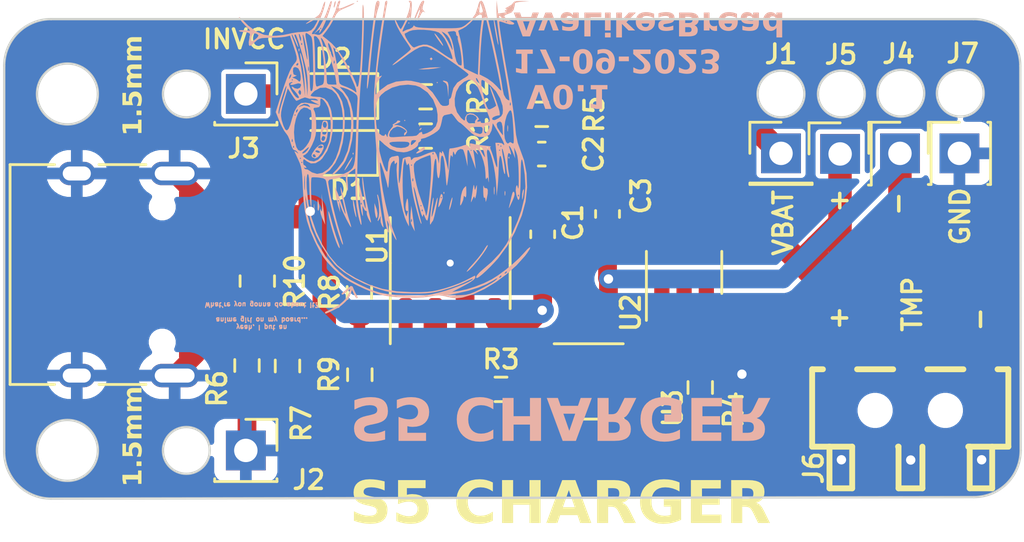
<source format=kicad_pcb>
(kicad_pcb (version 20240108) (generator "pcbnew") (generator_version "8.0")
  (layers (0 "F.Cu" signal) (31 "B.Cu" signal) (34 "B.Paste" user) (35 "F.Paste" user) (36 "B.SilkS" user "B.Silkscreen") (37 "F.SilkS" user "F.Silkscreen") (38 "B.Mask" user) (39 "F.Mask" user) (44 "Edge.Cuts" user))
  (net 0 "")
  (net 1 "BAT+")
  (net 2 "Net-(U2-VCC)")
  (net 3 "Net-(D1-K)")
  (net 4 "GND")
  (net 5 "VIN")
  (net 6 "Net-(D2-K)")
  (net 7 "Net-(U1-~{CHRG})")
  (net 8 "Net-(U1-~{STDBY})")
  (net 9 "Net-(U1-PROG)")
  (net 10 "BAT-")
  (net 11 "Net-(U2-CS)")
  (net 14 "/G2")
  (net 15 "/G1")
  (net 17 "TEMP")
  (net 18 "Net-(J8-CC2)")
  (net 19 "Net-(J8-CC1)")
  (net 22 "Net-(J8-D+-PadA6)")
  (net 23 "Net-(J8-D--PadA7)")
  (footprint "Resistor_SMD:R_0603_1608Metric_Pad0.98x0.95mm_HandSolder" (layer "F.Cu") (at 166.73 88.75 90)
    (property "Reference" "R4" (at -0.95 1.42 -90) (layer "F.SilkS") (effects (font (size 0.8 0.8))))
    (property "Value" "1k" (hide yes))
    (pad "1" smd roundrect (at -0.9125 0 90) (size 0.975 0.95) (layers "F.Cu" "F.Paste" "F.Mask") (net 4 "GND"))
    (pad "2" smd roundrect (at 0.9125 0 90) (size 0.975 0.95) (layers "F.Cu" "F.Paste" "F.Mask") (net 11 "Net-(U2-CS)"))
  )
  (footprint "Connector_PinSocket_2.54mm:PinSocket_1x01_P2.54mm_Vertical" (layer "F.Cu") (at 147.32 76.2)
    (property "Reference" "J3" (at -0.09 2.33 180) (layer "F.SilkS") (effects (font (size 0.8 0.8))))
    (property "Value" "Conn_01x01_Female" (hide yes))
    (pad "1" thru_hole rect (at 0 0) (size 1.7 1.7) (drill 1) (layers "*.Cu" "*.Mask") (net 5 "VIN"))
  )
  (footprint "Resistor_SMD:R_0603_1608Metric_Pad0.98x0.95mm_HandSolder" (layer "F.Cu") (at 159.96 77.07)
    (property "Reference" "R5" (at 2.24 0 90) (layer "F.SilkS") (effects (font (size 0.8 0.8))))
    (property "Value" "100" (hide yes))
    (pad "1" smd roundrect (at -0.9125 0) (size 0.975 0.95) (layers "F.Cu" "F.Paste" "F.Mask") (net 1 "BAT+"))
    (pad "2" smd roundrect (at 0.9125 0) (size 0.975 0.95) (layers "F.Cu" "F.Paste" "F.Mask") (net 2 "Net-(U2-VCC)"))
  )
  (footprint "Package_SO:SOIC-8-1EP_3.9x4.9mm_P1.27mm_EP2.29x3mm" (layer "F.Cu") (at 156.05 83.43 90)
    (property "Reference" "U1" (at 0.74 -3.11 90) (layer "F.SilkS") (effects (font (size 0.8 0.8))))
    (property "Value" "TP4056" (hide yes))
    (pad "1" smd roundrect (at -2.475 -1.905 90) (size 1.95 0.6) (layers "F.Cu" "F.Paste" "F.Mask") (net 17 "TEMP"))
    (pad "2" smd roundrect (at -2.475 -0.635 90) (size 1.95 0.6) (layers "F.Cu" "F.Paste" "F.Mask") (net 9 "Net-(U1-PROG)"))
    (pad "3" smd roundrect (at -2.475 0.635 90) (size 1.95 0.6) (layers "F.Cu" "F.Paste" "F.Mask") (net 4 "GND"))
    (pad "4" smd roundrect (at -2.475 1.905 90) (size 1.95 0.6) (layers "F.Cu" "F.Paste" "F.Mask") (net 5 "VIN"))
    (pad "5" smd roundrect (at 2.475 1.905 90) (size 1.95 0.6) (layers "F.Cu" "F.Paste" "F.Mask") (net 1 "BAT+"))
    (pad "6" smd roundrect (at 2.475 0.635 90) (size 1.95 0.6) (layers "F.Cu" "F.Paste" "F.Mask") (net 8 "Net-(U1-~{STDBY})"))
    (pad "7" smd roundrect (at 2.475 -0.635 90) (size 1.95 0.6) (layers "F.Cu" "F.Paste" "F.Mask") (net 7 "Net-(U1-~{CHRG})"))
    (pad "8" smd roundrect (at 2.475 -1.905 90) (size 1.95 0.6) (layers "F.Cu" "F.Paste" "F.Mask") (net 5 "VIN"))
    (pad "9" smd rect (at 0 0 90) (size 2.29 3) (layers "F.Cu" "F.Mask") (net 4 "GND"))
  )
  (footprint "Resistor_SMD:R_0603_1608Metric_Pad0.98x0.95mm_HandSolder" (layer "F.Cu") (at 155 76.32)
    (property "Reference" "R2" (at 2.24 -0.01 90) (layer "F.SilkS") (effects (font (size 0.8 0.8))))
    (property "Value" "1k" (hide yes))
    (pad "1" smd roundrect (at -0.9125 0) (size 0.975 0.95) (layers "F.Cu" "F.Paste" "F.Mask") (net 6 "Net-(D2-K)"))
    (pad "2" smd roundrect (at 0.9125 0) (size 0.975 0.95) (layers "F.Cu" "F.Paste" "F.Mask") (net 8 "Net-(U1-~{STDBY})"))
  )
  (footprint "Connector_PinSocket_2.54mm:PinSocket_1x01_P2.54mm_Vertical" (layer "F.Cu") (at 177.8 78.74 90)
    (property "Reference" "J7" (at 4.27 0.14 180) (layer "F.SilkS") (effects (font (size 0.8 0.8))))
    (property "Value" "Conn_01x01_Female" (hide yes))
    (pad "1" thru_hole rect (at 0 0 90) (size 1.7 1.7) (drill 1) (layers "*.Cu" "*.Mask") (net 4 "GND"))
  )
  (footprint "Capacitor_SMD:C_0603_1608Metric_Pad1.08x0.95mm_HandSolder" (layer "F.Cu") (at 159.96 78.77)
    (property "Reference" "C2" (at 2.2175 0 90) (layer "F.SilkS") (effects (font (size 0.8 0.8))))
    (property "Value" "10uF" (hide yes))
    (pad "1" smd roundrect (at -0.8625 0) (size 1.075 0.95) (layers "F.Cu" "F.Paste" "F.Mask") (net 1 "BAT+"))
    (pad "2" smd roundrect (at 0.8625 0) (size 1.075 0.95) (layers "F.Cu" "F.Paste" "F.Mask") (net 4 "GND"))
  )
  (footprint "Resistor_SMD:R_0603_1608Metric_Pad0.98x0.95mm_HandSolder" (layer "F.Cu") (at 149.1 87.83 -90)
    (property "Reference" "R7" (at 2.46 -0.59 90) (layer "F.SilkS") (effects (font (size 0.8 0.8))))
    (property "Value" "5.1k" (hide yes))
    (pad "1" smd roundrect (at -0.9125 0 270) (size 0.975 0.95) (layers "F.Cu" "F.Paste" "F.Mask") (net 19 "Net-(J8-CC1)"))
    (pad "2" smd roundrect (at 0.9125 0 270) (size 0.975 0.95) (layers "F.Cu" "F.Paste" "F.Mask") (net 4 "GND"))
  )
  (footprint "LED_SMD:LED_0805_2012Metric_Pad1.15x1.40mm_HandSolder" (layer "F.Cu") (at 151.0975 76.29 180)
    (property "Reference" "D2" (at 0.05 1.6 0) (layer "F.SilkS") (effects (font (size 0.8 0.8))))
    (property "Value" "GREEN" (hide yes))
    (pad "1" smd roundrect (at -1.025 0 180) (size 1.15 1.4) (layers "F.Cu" "F.Paste" "F.Mask") (roundrect_rratio 0.2173913043) (net 6 "Net-(D2-K)"))
    (pad "2" smd roundrect (at 1.025 0 180) (size 1.15 1.4) (layers "F.Cu" "F.Paste" "F.Mask") (roundrect_rratio 0.2173913043) (net 5 "VIN"))
  )
  (footprint "Resistor_SMD:R_0603_1608Metric_Pad0.98x0.95mm_HandSolder" (layer "F.Cu") (at 147.37 87.81 -90)
    (property "Reference" "R6" (at 0.99 1.28 -90) (layer "F.SilkS") (effects (font (size 0.8 0.8))))
    (property "Value" "5.1k" (hide yes))
    (pad "1" smd roundrect (at -0.9125 0 270) (size 0.975 0.95) (layers "F.Cu" "F.Paste" "F.Mask") (net 18 "Net-(J8-CC2)"))
    (pad "2" smd roundrect (at 0.9125 0 270) (size 0.975 0.95) (layers "F.Cu" "F.Paste" "F.Mask") (net 4 "GND"))
  )
  (footprint "Capacitor_SMD:C_0603_1608Metric_Pad1.08x0.95mm_HandSolder" (layer "F.Cu") (at 160 82.2 90)
    (property "Reference" "C1" (at 0.5 1.3 90) (layer "F.SilkS") (effects (font (size 0.8 0.8))))
    (property "Value" "0.1uF")
    (pad "1" smd roundrect (at -0.8625 0 90) (size 1.075 0.95) (layers "F.Cu" "F.Paste" "F.Mask") (net 5 "VIN"))
    (pad "2" smd roundrect (at 0.8625 0 90) (size 1.075 0.95) (layers "F.Cu" "F.Paste" "F.Mask") (net 4 "GND"))
  )
  (footprint "Resistor_SMD:R_0603_1608Metric_Pad0.98x0.95mm_HandSolder" (layer "F.Cu") (at 155 78)
    (property "Reference" "R1" (at 2.24 -0.07 90) (layer "F.SilkS") (effects (font (size 0.8 0.8))))
    (property "Value" "1k" (hide yes))
    (pad "1" smd roundrect (at -0.9125 0) (size 0.975 0.95) (layers "F.Cu" "F.Paste" "F.Mask") (net 3 "Net-(D1-K)"))
    (pad "2" smd roundrect (at 0.9125 0) (size 0.975 0.95) (layers "F.Cu" "F.Paste" "F.Mask") (net 7 "Net-(U1-~{CHRG})"))
  )
  (footprint "Connector_USB:USB_C_Receptacle_HRO_TYPE-C-31-M-12" (layer "F.Cu") (at 141.15 83.92 -90)
    (property "Reference" "J8" (hide yes))
    (property "Value" "USB_C_Receptacle_USB2.0" (hide yes))
    (pad "" np_thru_hole circle (at -2.89 -2.6 270) (size 0.65 0.65) (drill 0.65) (layers "*.Cu" "*.Mask"))
    (pad "" np_thru_hole circle (at 2.89 -2.6 270) (size 0.65 0.65) (drill 0.65) (layers "*.Cu" "*.Mask"))
    (pad "A1" smd rect (at -3.25 -4.045 270) (size 0.6 1.45) (layers "F.Cu" "F.Paste" "F.Mask") (net 4 "GND"))
    (pad "A4" smd rect (at -2.45 -4.045 270) (size 0.6 1.45) (layers "F.Cu" "F.Paste" "F.Mask") (net 5 "VIN"))
    (pad "A5" smd rect (at -1.25 -4.045 270) (size 0.3 1.45) (layers "F.Cu" "F.Paste" "F.Mask") (net 19 "Net-(J8-CC1)"))
    (pad "A6" smd rect (at -0.25 -4.045 270) (size 0.3 1.45) (layers "F.Cu" "F.Paste" "F.Mask") (net 22 "Net-(J8-D+-PadA6)"))
    (pad "A7" smd rect (at 0.25 -4.045 270) (size 0.3 1.45) (layers "F.Cu" "F.Paste" "F.Mask") (net 23 "Net-(J8-D--PadA7)"))
    (pad "A8" smd rect (at 1.25 -4.045 270) (size 0.3 1.45) (layers "F.Cu" "F.Paste" "F.Mask"))
    (pad "A9" smd rect (at 2.45 -4.045 270) (size 0.6 1.45) (layers "F.Cu" "F.Paste" "F.Mask") (net 5 "VIN"))
    (pad "A12" smd rect (at 3.25 -4.045 270) (size 0.6 1.45) (layers "F.Cu" "F.Paste" "F.Mask") (net 4 "GND"))
    (pad "B1" smd rect (at 3.25 -4.045 270) (size 0.6 1.45) (layers "F.Cu" "F.Paste" "F.Mask") (net 4 "GND"))
    (pad "B4" smd rect (at 2.45 -4.045 270) (size 0.6 1.45) (layers "F.Cu" "F.Paste" "F.Mask") (net 5 "VIN"))
    (pad "B5" smd rect (at 1.75 -4.045 270) (size 0.3 1.45) (layers "F.Cu" "F.Paste" "F.Mask") (net 18 "Net-(J8-CC2)"))
    (pad "B6" smd rect (at 0.75 -4.045 270) (size 0.3 1.45) (layers "F.Cu" "F.Paste" "F.Mask") (net 22 "Net-(J8-D+-PadA6)"))
    (pad "B7" smd rect (at -0.75 -4.045 270) (size 0.3 1.45) (layers "F.Cu" "F.Paste" "F.Mask") (net 23 "Net-(J8-D--PadA7)"))
    (pad "B8" smd rect (at -1.75 -4.045 270) (size 0.3 1.45) (layers "F.Cu" "F.Paste" "F.Mask"))
    (pad "B9" smd rect (at -2.45 -4.045 270) (size 0.6 1.45) (layers "F.Cu" "F.Paste" "F.Mask") (net 5 "VIN"))
    (pad "B12" smd rect (at -3.25 -4.045 270) (size 0.6 1.45) (layers "F.Cu" "F.Paste" "F.Mask") (net 4 "GND"))
    (pad "S1" thru_hole oval (at -4.32 -3.13 270) (size 1 2.1) (drill oval 0.6 1.7) (layers "*.Cu" "*.Mask") (net 4 "GND"))
    (pad "S1" thru_hole oval (at -4.32 1.05 270) (size 1 1.6) (drill oval 0.6 1.2) (layers "*.Cu" "*.Mask") (net 4 "GND"))
    (pad "S1" thru_hole oval (at 4.32 -3.13 270) (size 1 2.1) (drill oval 0.6 1.7) (layers "*.Cu" "*.Mask") (net 4 "GND"))
    (pad "S1" thru_hole oval (at 4.32 1.05 270) (size 1 1.6) (drill oval 0.6 1.2) (layers "*.Cu" "*.Mask") (net 4 "GND"))
  )
  (footprint "Package_TO_SOT_SMD:SOT-23-6_Handsoldering" (layer "F.Cu") (at 162.54 88.49)
    (property "Reference" "U3" (at 3.01 1.14 90) (layer "F.SilkS") (effects (font (size 0.8 0.8))))
    (property "Value" "FS8205A" (hide yes))
    (pad "1" smd rect (at -1.35 -0.95) (size 1.56 0.65) (layers "F.Cu" "F.Paste" "F.Mask") (net 10 "BAT-"))
    (pad "2" smd rect (at -1.35 0) (size 1.56 0.65) (layers "F.Cu" "F.Paste" "F.Mask"))
    (pad "3" smd rect (at -1.35 0.95) (size 1.56 0.65) (layers "F.Cu" "F.Paste" "F.Mask") (net 4 "GND"))
    (pad "4" smd rect (at 1.35 0.95) (size 1.56 0.65) (layers "F.Cu" "F.Paste" "F.Mask") (net 14 "/G2"))
    (pad "5" smd rect (at 1.35 0) (size 1.56 0.65) (layers "F.Cu" "F.Paste" "F.Mask"))
    (pad "6" smd rect (at 1.35 -0.95) (size 1.56 0.65) (layers "F.Cu" "F.Paste" "F.Mask") (net 15 "/G1"))
  )
  (footprint "Connector_PinHeader_2.54mm:PinHeader_1x01_P2.54mm_Vertical" (layer "F.Cu") (at 170.18 78.74)
    (property "Reference" "J1" (at 0 -4.24 0) (layer "F.SilkS") (effects (font (size 0.8 0.8))))
    (property "Value" "Conn_01x01_Pin" (hide yes))
    (pad "1" thru_hole rect (at 0 0) (size 1.7 1.7) (drill 1) (layers "*.Cu" "*.Mask") (net 5 "VIN"))
  )
  (footprint "Resistor_SMD:R_0805_2012Metric_Pad1.20x1.40mm_HandSolder" (layer "F.Cu") (at 147.81 84.2 90)
    (property "Reference" "R10" (at -0.02 1.6 90) (layer "F.SilkS") (effects (font (size 0.8 0.8))))
    (property "Value" "1k")
    (pad "1" smd roundrect (at -1 0 90) (size 1.2 1.4) (layers "F.Cu" "F.Paste" "F.Mask") (roundrect_rratio 0.208333) (net 22 "Net-(J8-D+-PadA6)"))
    (pad "2" smd roundrect (at 1 0 90) (size 1.2 1.4) (layers "F.Cu" "F.Paste" "F.Mask") (roundrect_rratio 0.208333) (net 23 "Net-(J8-D--PadA7)"))
  )
  (footprint "Capacitor_SMD:C_0603_1608Metric_Pad1.08x0.95mm_HandSolder" (layer "F.Cu") (at 162.77 81.33 -90)
    (property "Reference" "C3" (at -0.775 -1.43 90) (layer "F.SilkS") (effects (font (size 0.8 0.8))))
    (property "Value" "0.1uF" (hide yes))
    (pad "1" smd roundrect (at -0.8625 0 270) (size 1.075 0.95) (layers "F.Cu" "F.Paste" "F.Mask") (net 2 "Net-(U2-VCC)"))
    (pad "2" smd roundrect (at 0.8625 0 270) (size 1.075 0.95) (layers "F.Cu" "F.Paste" "F.Mask") (net 10 "BAT-"))
  )
  (footprint "Connector_PinSocket_2.54mm:PinSocket_1x01_P2.54mm_Vertical" (layer "F.Cu") (at 175.26 78.74 90)
    (property "Reference" "J4" (at 4.25 -0.06 180) (layer "F.SilkS") (effects (font (size 0.8 0.8))))
    (property "Value" "Conn_01x01_Female" (hide yes))
    (pad "1" thru_hole rect (at 0 0 90) (size 1.7 1.7) (drill 1) (layers "*.Cu" "*.Mask") (net 10 "BAT-"))
  )
  (footprint "Connector_PinSocket_2.54mm:PinSocket_1x01_P2.54mm_Vertical" (layer "F.Cu") (at 147.32 91.44)
    (property "Reference" "J2" (at 2.69 1.26 0) (layer "F.SilkS") (effects (font (size 0.8 0.8))))
    (property "Value" "Conn_01x01_Female" (hide yes))
    (pad "1" thru_hole rect (at 0 0) (size 1.7 1.7) (drill 1) (layers "*.Cu" "*.Mask") (net 4 "GND"))
  )
  (footprint "Resistor_SMD:R_0603_1608Metric_Pad0.98x0.95mm_HandSolder" (layer "F.Cu") (at 152.17 84.6875 90)
    (property "Reference" "R8" (at 0.01 -1.27 90) (layer "F.SilkS") (effects (font (size 0.8 0.8))))
    (property "Value" "10k")
    (pad "1" smd roundrect (at -0.9125 0 90) (size 0.975 0.95) (layers "F.Cu" "F.Paste" "F.Mask") (net 17 "TEMP"))
    (pad "2" smd roundrect (at 0.9125 0 90) (size 0.975 0.95) (layers "F.Cu" "F.Paste" "F.Mask") (net 4 "GND"))
  )
  (footprint "Resistor_SMD:R_0603_1608Metric_Pad0.98x0.95mm_HandSolder" (layer "F.Cu") (at 152.19 88.2025 90)
    (property "Reference" "R9" (at 0.01 -1.31 90) (layer "F.SilkS") (effects (font (size 0.8 0.8))))
    (property "Value" "10k")
    (pad "1" smd roundrect (at -0.9125 0 90) (size 0.975 0.95) (layers "F.Cu" "F.Paste" "F.Mask") (net 5 "VIN"))
    (pad "2" smd roundrect (at 0.9125 0 90) (size 0.975 0.95) (layers "F.Cu" "F.Paste" "F.Mask") (net 17 "TEMP"))
  )
  (footprint "BatteryHolder:CONN-SMD_BC-4-3PD" (layer "F.Cu") (at 175.7 89.63)
    (property "Reference" "J6" (at -4.13 2.56 90) (layer "F.SilkS") (effects (font (size 0.8 0.8))))
    (property "Value" "Conn_01x03_MountingPin" (hide yes))
    (pad "" np_thru_hole circle (at -1.5 0.1) (size 1 1) (drill 1) (layers "F&B.Cu" "*.Mask"))
    (pad "" np_thru_hole circle (at 1.5 0.1) (size 1 1) (drill 1) (layers "F&B.Cu" "*.Mask"))
    (pad "1" smd rect (at -3 -2.18) (size 1 1.5) (layers "F.Cu" "F.Paste" "F.Mask") (net 1 "BAT+"))
    (pad "2" smd rect (at 0 -2.18) (size 1 1.5) (layers "F.Cu" "F.Paste" "F.Mask") (net 17 "TEMP"))
    (pad "3" smd rect (at 3 -2.18) (size 1 1.5) (layers "F.Cu" "F.Paste" "F.Mask") (net 10 "BAT-"))
    (pad "MP" smd rect (at -1.5 2.18) (size 1.5 2) (layers "F.Cu" "F.Paste" "F.Mask") (net 4 "GND"))
    (pad "MP" smd rect (at 1.5 2.18) (size 1.5 2) (layers "F.Cu" "F.Paste" "F.Mask") (net 4 "GND"))
  )
  (footprint "LED_SMD:LED_0805_2012Metric_Pad1.15x1.40mm_HandSolder" (layer "F.Cu") (at 151.0975 78.722 180)
    (property "Reference" "D1" (at -0.6025 -1.578 180) (layer "F.SilkS") (effects (font (size 0.8 0.8))))
    (property "Value" "RED" (hide yes))
    (pad "1" smd roundrect (at -1.025 0 180) (size 1.15 1.4) (layers "F.Cu" "F.Paste" "F.Mask") (roundrect_rratio 0.2173913043) (net 3 "Net-(D1-K)"))
    (pad "2" smd roundrect (at 1.025 0 180) (size 1.15 1.4) (layers "F.Cu" "F.Paste" "F.Mask") (roundrect_rratio 0.2173913043) (net 5 "VIN"))
  )
  (footprint "Resistor_SMD:R_0603_1608Metric_Pad0.98x0.95mm_HandSolder" (layer "F.Cu") (at 158.22 88.83)
    (property "Reference" "R3" (at 0 -1.28 0) (layer "F.SilkS") (effects (font (size 0.8 0.8))))
    (property "Value" "10k")
    (pad "1" smd roundrect (at -0.9125 0) (size 0.975 0.95) (layers "F.Cu" "F.Paste" "F.Mask") (net 9 "Net-(U1-PROG)"))
    (pad "2" smd roundrect (at 0.9125 0) (size 0.975 0.95) (layers "F.Cu" "F.Paste" "F.Mask") (net 4 "GND"))
  )
  (footprint "Connector_PinSocket_2.54mm:PinSocket_1x01_P2.54mm_Vertical" (layer "F.Cu") (at 172.705 78.765 90)
    (property "Reference" "J5" (at 4.245 0.035 180) (layer "F.SilkS") (effects (font (size 0.8 0.8))))
    (property "Value" "Conn_01x01_Female" (hide yes))
    (pad "1" thru_hole rect (at 0 0 90) (size 1.7 1.7) (drill 1) (layers "*.Cu" "*.Mask") (net 1 "BAT+"))
  )
  (footprint "Package_TO_SOT_SMD:SOT-23-6_Handsoldering" (layer "F.Cu") (at 166.04 83.83 90)
    (property "Reference" "U2" (at -1.725 -2.28 90) (layer "F.SilkS") (effects (font (size 0.8 0.8))))
    (property "Value" "DW01" (hide yes))
    (pad "1" smd rect (at -1.35 -0.95 90) (size 1.56 0.65) (layers "F.Cu" "F.Paste" "F.Mask") (net 15 "/G1"))
    (pad "2" smd rect (at -1.35 0 90) (size 1.56 0.65) (layers "F.Cu" "F.Paste" "F.Mask") (net 11 "Net-(U2-CS)"))
    (pad "3" smd rect (at -1.35 0.95 90) (size 1.56 0.65) (layers "F.Cu" "F.Paste" "F.Mask") (net 14 "/G2"))
    (pad "4" smd rect (at 1.35 0.95 90) (size 1.56 0.65) (layers "F.Cu" "F.Paste" "F.Mask"))
    (pad "5" smd rect (at 1.35 0 90) (size 1.56 0.65) (layers "F.Cu" "F.Paste" "F.Mask") (net 2 "Net-(U2-VCC)"))
    (pad "6" smd rect (at 1.35 -0.95 90) (size 1.56 0.65) (layers "F.Cu" "F.Paste" "F.Mask") (net 10 "BAT-"))
  )
  (footprint "LOGO" (layer "B.Cu") (at 151.576323 85.017563)
    (property "Reference" "G***" (hide yes))
    (property "Value" "LOGO" (hide yes))
  )
  (footprint "LOGO" (layer "B.Cu") (at 153.5 78.75)
    (property "Reference" "G***" (hide yes))
    (property "Value" "LOGO" (hide yes))
  )
  (gr_arc (start 137 75) (mid 137.585786 73.585786) (end 139 73) (stroke (width 0.1)) (layer "Edge.Cuts"))
  (gr_line (start 139 93.5) (end 178.415786 93.435786) (stroke (width 0.1)) (layer "Edge.Cuts"))
  (gr_line (start 137 91.5) (end 137 75) (stroke (width 0.1)) (layer "Edge.Cuts"))
  (gr_circle (center 177.838 76.168) (end 178.838 76.168) (stroke (width 0.1)) (fill none) (layer "Edge.Cuts"))
  (gr_line (start 139 73) (end 178.4 73) (stroke (width 0.1)) (layer "Edge.Cuts"))
  (gr_circle (center 175.298 76.168) (end 176.298 76.168) (stroke (width 0.1)) (fill none) (layer "Edge.Cuts"))
  (gr_circle (center 144.78 91.44) (end 145.78 91.44) (stroke (width 0.1)) (fill none) (layer "Edge.Cuts"))
  (gr_arc (start 178.4 73) (mid 179.814214 73.585786) (end 180.4 75) (stroke (width 0.1)) (layer "Edge.Cuts"))
  (gr_arc (start 139 93.5) (mid 137.585782 92.914218) (end 137 91.5) (stroke (width 0.1)) (layer "Edge.Cuts"))
  (gr_arc (start 180.415786 91.435786) (mid 179.83 92.85) (end 178.415786 93.435786) (stroke (width 0.1)) (layer "Edge.Cuts"))
  (gr_circle (center 139.7 76.2) (end 141 76.2) (stroke (width 0.1)) (fill none) (layer "Edge.Cuts"))
  (gr_circle (center 144.78 76.2) (end 145.78 76.2) (stroke (width 0.1)) (fill none) (layer "Edge.Cuts"))
  (gr_circle (center 170.18 76.2) (end 171.18 76.2) (stroke (width 0.1)) (fill none) (layer "Edge.Cuts"))
  (gr_circle (center 139.7 91.44) (end 141 91.5) (stroke (width 0.1)) (fill none) (layer "Edge.Cuts"))
  (gr_circle (center 172.758 76.2) (end 173.758 76.2) (stroke (width 0.1)) (fill none) (layer "Edge.Cuts"))
  (gr_line (start 180.4 75) (end 180.415786 91.435786) (stroke (width 0.1)) (layer "Edge.Cuts"))
  (gr_text "AvaLikesBread\n" (at 158.76 72.55 180) (layer "B.SilkS") (effects (font (size 1 1) (thickness 0.2) (bold yes)) (justify left bottom mirror)))
  (gr_text "yeah, I put an\nanime girl on my board...\n\nWhat're you gonna do about it?" (at 148 85.7 180) (layer "B.SilkS") (effects (font (size 0.2 0.2) (thickness 0.05) (bold yes)) (justify mirror)))
  (gr_text "17-09-2023" (at 158.7 74.13 180) (layer "B.SilkS") (effects (font (size 1 1) (thickness 0.2) (bold yes)) (justify left bottom mirror)))
  (gr_text "S5 CHARGER" (at 160.77 88.89 180) (layer "B.SilkS") (effects (font (size 1.8 1.8) (thickness 0.36) (bold yes)) (justify bottom mirror)))
  (gr_text "V0.1\n" (at 159.3 75.65 180) (layer "B.SilkS") (effects (font (size 1 1) (thickness 0.2) (bold yes)) (justify left bottom mirror)))
  (gr_text "-" (at 174.8 80.3 -90) (layer "F.SilkS") (effects (font (size 0.8 0.8) (thickness 0.15) (bold yes)) (justify left bottom)))
  (gr_text "INVCC" (at 147.25 73.86 0) (layer "F.SilkS") (effects (font (size 0.8 0.8))))
  (gr_text "-" (at 178.29 85.24 -90) (layer "F.SilkS") (effects (font (size 0.8 0.8) (thickness 0.15) (bold yes)) (justify left bottom)))
  (gr_text "GND" (at 178.3 82.75 90) (layer "F.SilkS") (effects (font (size 0.8 0.8) (thickness 0.15) (bold yes)) (justify left bottom)))
  (gr_text "+\n" (at 173.1 81.35 90) (layer "F.SilkS") (effects (font (size 0.8 0.8) (thickness 0.15) (bold yes)) (justify left bottom)))
  (gr_text "TMP\n" (at 176.25 86.45 90) (layer "F.SilkS") (effects (font (size 0.8 0.8) (thickness 0.15) (bold yes)) (justify left bottom)))
  (gr_text "+\n" (at 173.09 86.37 90) (layer "F.SilkS") (effects (font (size 0.8 0.8) (thickness 0.15) (bold yes)) (justify left bottom)))
  (gr_text "1.5mm" (at 143 78 90) (layer "F.SilkS") (effects (font (size 0.8 0.8) (thickness 0.1) (bold yes)) (justify left bottom)))
  (gr_text "VBAT" (at 170.74 83.2 90) (layer "F.SilkS") (effects (font (size 0.8 0.8) (thickness 0.15) (bold yes)) (justify left bottom)))
  (gr_text "1.5mm" (at 143 93 90) (layer "F.SilkS") (effects (font (size 0.8 0.8) (thickness 0.1) (bold yes)) (justify left bottom)))
  (gr_text "S5 CHARGER" (at 160.75 94.85 0) (layer "F.SilkS") (effects (font (size 1.8 1.8) (thickness 0.36) (bold yes)) (justify bottom)))
  (segment (start 163.455 75.895) (end 169.735 82.175) (width 1) (layer "F.Cu") (net 1))
  (segment (start 172.705 78.765) (end 172.96 79.02) (width 1) (layer "F.Cu") (net 1))
  (segment (start 169.765 82.175) (end 171 83.41) (width 1) (layer "F.Cu") (net 1))
  (segment (start 172.7 83.2) (end 172.7 85.11) (width 1) (layer "F.Cu") (net 1))
  (segment (start 172.705 78.765) (end 172.7 78.77) (width 1) (layer "F.Cu") (net 1))
  (segment (start 172.7 81.56) (end 172.7 83.2) (width 1) (layer "F.Cu") (net 1))
  (segment (start 172.7 78.77) (end 172.7 81.56) (width 1) (layer "F.Cu") (net 1))
  (segment (start 159.665 75.895) (end 163.455 75.895) (width 1) (layer "F.Cu") (net 1))
  (segment (start 171.7 82.71) (end 171 83.41) (width 1) (layer "F.Cu") (net 1))
  (segment (start 171.36 83.77) (end 172.7 85.11) (width 1) (layer "F.Cu") (net 1))
  (segment (start 157.955 80.955) (end 157.955 79.9125) (width 0.8) (layer "F.Cu") (net 1))
  (segment (start 172.7 81.71) (end 171.7 82.71) (width 1) (layer "F.Cu") (net 1))
  (segment (start 159.0975 78.77) (end 159.0975 77.12) (width 0.8) (layer "F.Cu") (net 1))
  (segment (start 172.13 83.77) (end 172.7 83.2) (width 1) (layer "F.Cu") (net 1))
  (segment (start 172.13 83.77) (end 171.7 83.34) (width 1) (layer "F.Cu") (net 1))
  (segment (start 172.7 81.56) (end 172.7 81.71) (width 1) (layer "F.Cu") (net 1))
  (segment (start 171.36 83.77) (end 172.13 83.77) (width 1) (layer "F.Cu") (net 1))
  (segment (start 171 83.41) (end 171.36 83.77) (width 1) (layer "F.Cu") (net 1))
  (segment (start 157.955 79.9125) (end 159.0975 78.77) (width 0.8) (layer "F.Cu") (net 1))
  (segment (start 159.0975 77.12) (end 159.0475 77.07) (width 0.8) (layer "F.Cu") (net 1))
  (segment (start 159.0475 77.07) (end 159.0475 76.5125) (width 1) (layer "F.Cu") (net 1))
  (segment (start 172.7 85.11) (end 172.7 87.45) (width 1) (layer "F.Cu") (net 1))
  (segment (start 171.7 83.34) (end 171.7 82.71) (width 1) (layer "F.Cu") (net 1))
  (segment (start 169.735 82.175) (end 169.765 82.175) (width 1) (layer "F.Cu") (net 1))
  (segment (start 159.0475 76.5125) (end 159.665 75.895) (width 1) (layer "F.Cu") (net 1))
  (segment (start 160.8725 77.07) (end 161.54 77.07) (width 0.8) (layer "F.Cu") (net 2))
  (segment (start 166.015 81.1) (end 166.015 81.990786) (width 0.8) (layer "F.Cu") (net 2))
  (segment (start 162.77 80.4675) (end 165.3825 80.4675) (width 0.8) (layer "F.Cu") (net 2))
  (segment (start 165.3825 80.4675) (end 166.015 81.1) (width 0.8) (layer "F.Cu") (net 2))
  (segment (start 162.77 78.3) (end 162.77 80.4675) (width 0.8) (layer "F.Cu") (net 2))
  (segment (start 161.54 77.07) (end 162.77 78.3) (width 0.8) (layer "F.Cu") (net 2))
  (segment (start 153.3655 78.722) (end 154.0875 78) (width 1) (layer "F.Cu") (net 3))
  (segment (start 152.1225 78.722) (end 153.3655 78.722) (width 1) (layer "F.Cu") (net 3))
  (segment (start 145.195 80.67) (end 145.195 80.515) (width 0.5) (layer "F.Cu") (net 4))
  (segment (start 159.612316 81.3375) (end 160 81.3375) (width 0.8) (layer "F.Cu") (net 4))
  (segment (start 175.71 91.84) (end 172.76 91.84) (width 0.5) (layer "F.Cu") (net 4))
  (segment (start 159.7425 89.44) (end 161.19 89.44) (width 0.8) (layer "F.Cu") (net 4))
  (segment (start 155.705 83.775) (end 156.05 83.43) (width 1) (layer "F.Cu") (net 4))
  (segment (start 176.83 91.84) (end 176.82 91.85) (width 0.5) (layer "F.Cu") (net 4))
  (segment (start 145.195 87.17) (end 145.195 87.325) (width 0.5) (layer "F.Cu") (net 4))
  (segment (start 156.685 84.065) (end 156.05 83.43) (width 0.8) (layer "F.Cu") (net 4))
  (segment (start 158.76 87.5) (end 159.1325 87.8725) (width 0.8) (layer "F.Cu") (net 4))
  (segment (start 156.685 85.905) (end 156.685 87.335) (width 0.8) (layer "F.Cu") (net 4))
  (segment (start 176.82 91.85) (end 175.72 91.85) (width 0.5) (layer "F.Cu") (net 4))
  (segment (start 147.37 91.39) (end 147.32 91.44) (width 0.8) (layer "F.Cu") (net 4))
  (segment (start 145.66 80.67) (end 145.25 80.67) (width 0.25) (layer "F.Cu") (net 4))
  (segment (start 160 81.3375) (end 160.8225 80.515) (width 0.8) (layer "F.Cu") (net 4))
  (segment (start 152.17 83.775) (end 155.705 83.775) (width 1) (layer "F.Cu") (net 4))
  (segment (start 178.75 91.84) (end 176.83 91.84) (width 0.5) (layer "F.Cu") (net 4))
  (segment (start 156.85 87.5) (end 158.76 87.5) (width 0.8) (layer "F.Cu") (net 4))
  (segment (start 166.8275 89.7025) (end 166.68 89.7025) (width 0.8) (layer "F.Cu") (net 4))
  (segment (start 145.8 80.53) (end 145.66 80.67) (width 0.25) (layer "F.Cu") (net 4))
  (segment (start 160.8225 80.515) (end 160.8225 78.77) (width 0.8) (layer "F.Cu") (net 4))
  (segment (start 156.685 87.335) (end 156.85 87.5) (width 0.8) (layer "F.Cu") (net 4))
  (segment (start 157.519816 83.43) (end 159.612316 81.3375) (width 0.8) (layer "F.Cu") (net 4))
  (segment (start 149.08 88.7225) (end 149.1 88.7425) (width 0.8) (layer "F.Cu") (net 4))
  (segment (start 175.72 91.85) (end 175.71 91.84) (width 0.5) (layer "F.Cu") (net 4))
  (segment (start 147.37 88.7225) (end 147.37 91.39) (width 0.8) (layer "F.Cu") (net 4))
  (segment (start 159.1325 87.8725) (end 159.1325 88.83) (width 0.8) (layer "F.Cu") (net 4))
  (segment (start 166.73 89.6625) (end 167.0275 89.6625) (width 0.8) (layer "F.Cu") (net 4))
  (segment (start 145.195 87.325) (end 144.28 88.24) (width 0.8) (layer "F.Cu") (net 4))
  (segment (start 159.1325 88.83) (end 159.7425 89.44) (width 0.8) (layer "F.Cu") (net 4))
  (segment (start 167.0275 89.6625) (end 168.51 88.18) (width 0.8) (layer "F.Cu") (net 4))
  (segment (start 147.37 88.7225) (end 149.08 88.7225) (width 0.8) (layer "F.Cu") (net 4))
  (segment (start 156.05 83.43) (end 157.519816 83.43) (width 0.8) (layer "F.Cu") (net 4))
  (segment (start 156.685 85.905) (end 156.685 84.065) (width 0.8) (layer "F.Cu") (net 4))
  (segment (start 145.195 80.515) (end 144.28 79.6) (width 0.8) (layer "F.Cu") (net 4))
  (via (at 178.75 91.84) (size 0.8) (drill 0.4) (layers "F.Cu" "B.Cu") (net 4))
  (via (at 175.72 91.85) (size 0.8) (drill 0.4) (layers "F.Cu" "B.Cu") (net 4))
  (via (at 168.51 88.18) (size 0.6) (drill 0.4) (layers "F.Cu" "B.Cu") (net 4))
  (via (at 156.05 83.43) (size 0.6) (drill 0.3) (layers "F.Cu" "B.Cu") (net 4))
  (via (at 172.76 91.84) (size 0.8) (drill 0.4) (layers "F.Cu" "B.Cu") (net 4))
  (segment (start 144.406016 86.37) (end 143.54 85.503984) (width 0.4) (layer "F.Cu") (net 5))
  (segment (start 150.0725 78.722) (end 150.0725 76.29) (width 1) (layer "F.Cu") (net 5))
  (segment (start 150.0725 81.2175) (end 150.67 81.815) (width 1) (layer "F.Cu") (net 5))
  (segment (start 159.525 85.905) (end 159.98 85.45) (width 0.8) (layer "F.Cu") (net 5))
  (segment (start 151.475 89.115) (end 152.19 89.115) (width 1) (layer "F.Cu") (net 5))
  (segment (start 150.0725 81.2175) (end 153.8825 81.2175) (width 1) (layer "F.Cu") (net 5))
  (segment (start 150.0725 81.2175) (end 149.84 81.45) (width 1) (layer "F.Cu") (net 5))
  (segment (start 150.67 88.31) (end 151.475 89.115) (width 1) (layer "F.Cu") (net 5))
  (segment (start 150.67 81.815) (end 150.67 88.31) (width 1) (layer "F.Cu") (net 5))
  (segment (start 151.5625 74.1) (end 165.54 74.1) (width 1) (layer "F.Cu") (net 5))
  (segment (start 144.406016 81.47) (end 143.576016 82.3) (width 0.4) (layer "F.Cu") (net 5))
  (segment (start 143.54 85.503984) (end 143.54 85.49) (width 0.4) (layer "F.Cu") (net 5))
  (segment (start 145.195 86.37) (end 144.406016 86.37) (width 0.4) (layer "F.Cu") (net 5))
  (segment (start 147.01 81.49) (end 146.99 81.47) (width 0.5) (layer "F.Cu") (net 5))
  (segment (start 147.41 76.29) (end 147.32 76.2) (width 1) (layer "F.Cu") (net 5))
  (segment (start 153.8825 81.2175) (end 154.145 80.955) (width 1) (layer "F.Cu") (net 5))
  (segment (start 157.955 85.905) (end 159.525 85.905) (width 0.8) (layer "F.Cu") (net 5))
  (segment (start 150.0725 78.722) (end 150.0725 81.2175) (width 1) (layer "F.Cu") (net 5))
  (segment (start 146.99 81.47) (end 145.195 81.47) (width 0.5) (layer "F.Cu") (net 5))
  (segment (start 150.0725 76.29) (end 147.41 76.29) (width 1) (layer "F.Cu") (net 5))
  (segment (start 143.165 85.115) (end 143.165 82.711016) (width 1) (layer "F.Cu") (net 5))
  (segment (start 143.54 85.49) (end 143.165 85.115) (width 1) (layer "F.Cu") (net 5))
  (segment (start 165.54 74.1) (end 170.18 78.74) (width 1) (layer "F.Cu") (net 5))
  (segment (start 160 83.0625) (end 160 85.43) (width 0.8) (layer "F.Cu") (net 5))
  (segment (start 149.84 81.45) (end 147.01 81.45) (width 1) (layer "F.Cu") (net 5))
  (segment (start 143.576016 82.3) (end 143.53 82.3) (width 0.4) (layer "F.Cu") (net 5))
  (segment (start 160 85.43) (end 159.98 85.45) (width 0.8) (layer "F.Cu") (net 5))
  (segment (start 145.195 81.47) (end 144.406016 81.47) (width 0.4) (layer "F.Cu") (net 5))
  (segment (start 150.0725 76.29) (end 150.0725 75.59) (width 1) (layer "F.Cu") (net 5))
  (segment (start 143.165 82.711016) (end 143.576016 82.3) (width 1) (layer "F.Cu") (net 5))
  (segment (start 150.0725 75.59) (end 151.5625 74.1) (width 1) (layer "F.Cu") (net 5))
  (via (at 159.98 85.45) (size 0.6) (drill 0.4) (layers "F.Cu" "B.Cu") (net 5))
  (via (at 150.0725 81.2175) (size 0.6) (drill 0.4) (layers "F.Cu" "B.Cu") (net 5))
  (segment (start 159.93 85.5) (end 159.98 85.45) (width 1) (layer "B.Cu") (net 5))
  (segment (start 151.6 85.5) (end 150.0725 83.9725) (width 1) (layer "B.Cu") (net 5))
  (segment (start 150.0725 83.9725) (end 150.0725 81.2175) (width 1) (layer "B.Cu") (net 5))
  (segment (start 151.6 85.5) (end 159.93 85.5) (width 1) (layer "B.Cu") (net 5))
  (segment (start 152.1225 76.29) (end 154.0775 76.29) (width 0.8) (layer "F.Cu") (net 6))
  (segment (start 154.0775 76.29) (end 154.1075 76.32) (width 0.8) (layer "F.Cu") (net 6))
  (segment (start 155.9125 78) (end 155.415 78.4975) (width 0.8) (layer "F.Cu") (net 7))
  (segment (start 155.415 78.4975) (end 155.415 80.955) (width 0.8) (layer "F.Cu") (net 7))
  (segment (start 156.685 79.565) (end 157.29 78.96) (width 0.8) (layer "F.Cu") (net 8))
  (segment (start 156.44 76.32) (end 155.9325 76.32) (width 0.8) (layer "F.Cu") (net 8))
  (segment (start 157.29 78.96) (end 157.29 77.17) (width 0.8) (layer "F.Cu") (net 8))
  (segment (start 156.685 80.955) (end 156.685 79.565) (width 0.8) (layer "F.Cu") (net 8))
  (segment (start 157.29 77.17) (end 156.44 76.32) (width 0.8) (layer "F.Cu") (net 8))
  (segment (start 155.415 87.935) (end 156.31 88.83) (width 1) (layer "F.Cu") (net 9))
  (segment (start 156.31 88.83) (end 157.3075 88.83) (width 1) (layer "F.Cu") (net 9))
  (segment (start 155.415 85.905) (end 155.415 87.935) (width 1) (layer "F.Cu") (net 9))
  (segment (start 178.7 86.29) (end 175.26 82.85) (width 1) (layer "F.Cu") (net 10))
  (segment (start 175.2275 78.7725) (end 175.26 78.74) (width 0.8) (layer "F.Cu") (net 10))
  (segment (start 162.77 82.1925) (end 162.77 84.07) (width 0.8) (layer "F.Cu") (net 10))
  (segment (start 162.77 82.1925) (end 164.8025 82.1925) (width 0.8) (layer "F.Cu") (net 10))
  (segment (start 162.77 84.07) (end 162.81 84.11) (width 0.8) (layer "F.Cu") (net 10))
  (segment (start 161.19 87.54) (end 161.19 86.76) (width 0.8) (layer "F.Cu") (net 10))
  (segment (start 161.19 86.76) (end 162.81 85.14) (width 0.8) (layer "F.Cu") (net 10))
  (segment (start 178.7 87.45) (end 178.7 86.29) (width 1) (layer "F.Cu") (net 10))
  (segment (start 175.26 82.85) (end 175.26 78.74) (width 1) (layer "F.Cu") (net 10))
  (segment (start 162.81 85.14) (end 162.81 84.11) (width 0.8) (layer "F.Cu") (net 10))
  (segment (start 164.8025 82.1925) (end 165.09 82.48) (width 0.8) (layer "F.Cu") (net 10))
  (via (at 162.81 84.11) (size 0.6) (drill 0.4) (layers "F.Cu" "B.Cu") (net 10))
  (segment (start 170.945 83.425) (end 175.26 79.11) (width 0.8) (layer "B.Cu") (net 10))
  (segment (start 175.26 79.11) (end 175.26 78.74) (width 0.8) (layer "B.Cu") (net 10))
  (segment (start 162.81 84.11) (end 170.26 84.11) (width 0.8) (layer "B.Cu") (net 10))
  (segment (start 170.26 84.11) (end 170.945 83.425) (width 0.8) (layer "B.Cu") (net 10))
  (segment (start 170.55 83.82) (end 170.945 83.425) (width 0.8) (layer "B.Cu") (net 10))
  (segment (start 166.73 87.8375) (end 166.065 87.1725) (width 0.8) (layer "F.Cu") (net 11))
  (segment (start 166.065 87.1725) (end 166.065 85.669214) (width 0.8) (layer "F.Cu") (net 11))
  (segment (start 168.32 91.59) (end 170.41 89.5) (width 0.8) (layer "F.Cu") (net 14))
  (segment (start 163.89 90.565) (end 164.915 91.59) (width 0.8) (layer "F.Cu") (net 14))
  (segment (start 164.915 91.59) (end 168.32 91.59) (width 0.8) (layer "F.Cu") (net 14))
  (segment (start 170.41 86.61) (end 168.98 85.18) (width 0.8) (layer "F.Cu") (net 14))
  (segment (start 168.98 85.18) (end 166.99 85.18) (width 0.8) (layer "F.Cu") (net 14))
  (segment (start 170.41 89.5) (end 170.41 86.61) (width 0.8) (layer "F.Cu") (net 14))
  (segment (start 163.89 89.44) (end 163.89 90.565) (width 0.8) (layer "F.Cu") (net 14))
  (segment (start 163.89 86.38) (end 165.09 85.18) (width 0.8) (layer "F.Cu") (net 15))
  (segment (start 163.89 87.54) (end 163.89 86.38) (width 0.8) (layer "F.Cu") (net 15))
  (segment (start 153.84 85.6) (end 154.145 85.905) (width 0.5) (layer "F.Cu") (net 17))
  (segment (start 169.62 92.53) (end 174.7 87.45) (width 0.5) (layer "F.Cu") (net 17))
  (segment (start 174.7 87.45) (end 175.7 87.45) (width 0.5) (layer "F.Cu") (net 17))
  (segment (start 152.17 85.6) (end 152.17 87.27) (width 0.5) (layer "F.Cu") (net 17))
  (segment (start 154.145 89.435) (end 157.24 92.53) (width 0.5) (layer "F.Cu") (net 17))
  (segment (start 157.24 92.53) (end 169.62 92.53) (width 0.5) (layer "F.Cu") (net 17))
  (segment (start 154.145 85.905) (end 154.145 89.435) (width 0.5) (layer "F.Cu") (net 17))
  (segment (start 152.17 87.27) (end 152.19 87.29) (width 0.5) (layer "F.Cu") (net 17))
  (segment (start 152.17 85.6) (end 153.84 85.6) (width 0.5) (layer "F.Cu") (net 17))
  (segment (start 147.29 86.98) (end 147.29 87.0975) (width 0.25) (layer "F.Cu") (net 18))
  (segment (start 145.98 85.67) (end 147.29 86.98) (width 0.25) (layer "F.Cu") (net 18))
  (segment (start 145.195 85.67) (end 145.98 85.67) (width 0.25) (layer "F.Cu") (net 18))
  (segment (start 148.85 82.25) (end 149.17 82.57) (width 0.2) (layer "F.Cu") (net 19))
  (segment (start 146.69 82.25) (end 148.85 82.25) (width 0.2) (layer "F.Cu") (net 19))
  (segment (start 149.17 82.57) (end 149.17 86.8775) (width 0.2) (layer "F.Cu") (net 19))
  (segment (start 146.27 82.67) (end 146.69 82.25) (width 0.2) (layer "F.Cu") (net 19))
  (segment (start 145.195 82.67) (end 146.27 82.67) (width 0.2) (layer "F.Cu") (net 19))
  (segment (start 146.17 84.67) (end 145.195 84.67) (width 0.2) (layer "F.Cu") (net 22))
  (segment (start 145.195 83.67) (end 146.17 83.67) (width 0.2) (layer "F.Cu") (net 22))
  (segment (start 146.7 85.2) (end 147.81 85.2) (width 0.2) (layer "F.Cu") (net 22))
  (segment (start 146.17 83.67) (end 146.25 83.75) (width 0.2) (layer "F.Cu") (net 22))
  (segment (start 146.25 84.59) (end 146.17 84.67) (width 0.2) (layer "F.Cu") (net 22))
  (segment (start 146.405 84.905) (end 146.7 85.2) (width 0.2) (layer "F.Cu") (net 22))
  (segment (start 146.17 84.67) (end 146.405 84.905) (width 0.2) (layer "F.Cu") (net 22))
  (segment (start 146.25 83.75) (end 146.25 84.59) (width 0.2) (layer "F.Cu") (net 22))
  (segment (start 146.25 84.75) (end 146.405 84.905) (width 0.2) (layer "F.Cu") (net 22))
  (segment (start 146.25 84.59) (end 146.25 84.75) (width 0.2) (layer "F.Cu") (net 22))
  (segment (start 144.22 83.17) (end 145.195 83.17) (width 0.2) (layer "F.Cu") (net 23))
  (segment (start 144.17 83.22) (end 144.22 83.17) (width 0.2) (layer "F.Cu") (net 23))
  (segment (start 144.17 84.12) (end 144.17 83.22) (width 0.2) (layer "F.Cu") (net 23))
  (segment (start 145.195 84.17) (end 144.22 84.17) (width 0.2) (layer "F.Cu") (net 23))
  (segment (start 145.17 83.195) (end 145.195 83.17) (width 0.25) (layer "F.Cu") (net 23))
  (segment (start 144.22 84.17) (end 144.17 84.12) (width 0.2) (layer "F.Cu") (net 23))
  (segment (start 147.78 83.17) (end 147.81 83.2) (width 0.2) (layer "F.Cu") (net 23))
  (segment (start 145.195 83.17) (end 147.78 83.17) (width 0.2) (layer "F.Cu") (net 23))
  (zone (net 4) (net_name "GND") (layer "B.Cu") (connect_pads (clearance 0)) (min_thickness 0.25) (fill yes (thermal_gap 0.5) (thermal_bridge_width 0.5))
    (polygon (pts (xy 136.92 72.9) (xy 180.54 72.92) (xy 180.57 93.61) (xy 136.82 93.76)))
  )
)
</source>
